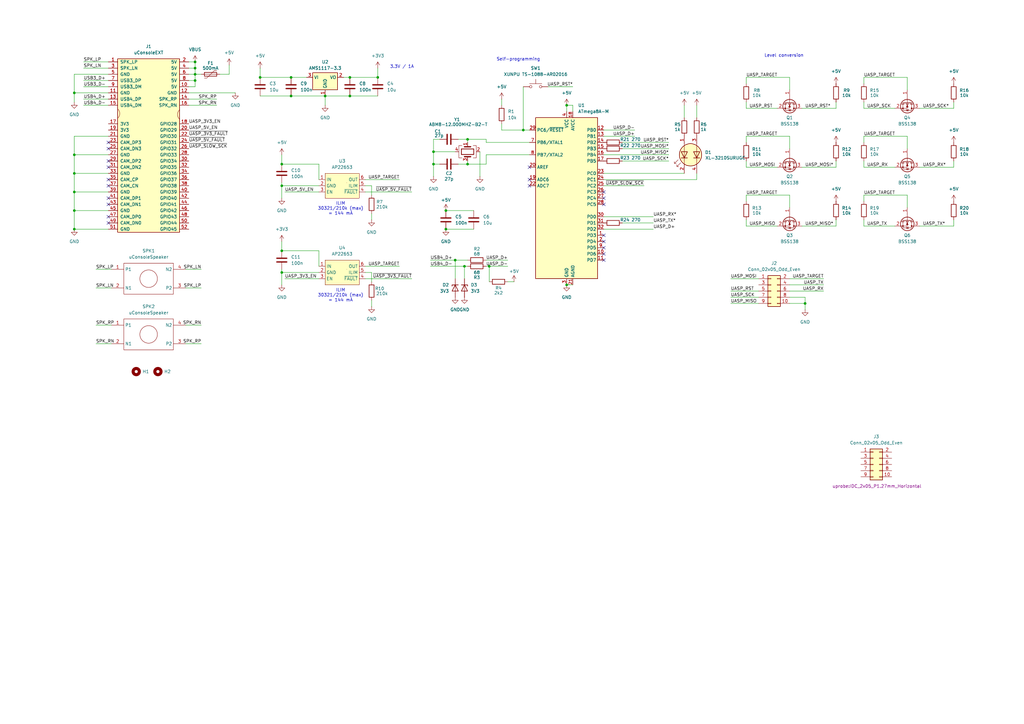
<source format=kicad_sch>
(kicad_sch (version 20250114) (generator "eeschema") (generator_version "9.0")
  (paper "A3")
  (title_block (title "ubprobe-0.1") (date "2025-03-15") (company "author: Václav Mach (github.com/xx0x)") (comment 1 "Based on: uhub by vitaly.codes") (comment 2 "Based on: usbasp by Thomas Fischl") (comment 3 "Based on: bmp v2.1e by Piotr Esden-Tempski") (comment 4 "License: CC-BY-SA 4.0"))
  (lib_symbols
    (symbol "Connector_Generic:Conn_02x05_Odd_Even" (pin_names (offset 1.016) (hide yes))
      (property "Reference" "J" (at 1.27 7.62 0))
      (property "Value" "Conn_02x05_Odd_Even" (at 1.27 -7.62 0))
      (symbol "Conn_02x05_Odd_Even_1_1"
        (pin passive line (at -5.08 5.08 0) (length 3.81) (name "Pin_1") (number "1"))
        (pin passive line (at -5.08 2.54 0) (length 3.81) (name "Pin_3") (number "3"))
        (pin passive line (at -5.08 0 0) (length 3.81) (name "Pin_5") (number "5"))
        (pin passive line (at -5.08 -2.54 0) (length 3.81) (name "Pin_7") (number "7"))
        (pin passive line (at -5.08 -5.08 0) (length 3.81) (name "Pin_9") (number "9"))
        (pin passive line (at 7.62 5.08 180) (length 3.81) (name "Pin_2") (number "2"))
        (pin passive line (at 7.62 2.54 180) (length 3.81) (name "Pin_4") (number "4"))
        (pin passive line (at 7.62 0 180) (length 3.81) (name "Pin_6") (number "6"))
        (pin passive line (at 7.62 -2.54 180) (length 3.81) (name "Pin_8") (number "8"))
        (pin passive line (at 7.62 -5.08 180) (length 3.81) (name "Pin_10") (number "10"))
      )
    )
    (symbol "Device:C" (pin_numbers (hide yes)) (pin_names (offset 0.254))
      (property "Reference" "C" (at 0.635 2.54 0))
      (property "Value" "C" (at 0.635 -2.54 0))
      (symbol "C_1_1"
        (pin passive line (at 0 3.81 270) (length 2.794) (name "~") (number "1"))
        (pin passive line (at 0 -3.81 90) (length 2.794) (name "~") (number "2"))
      )
    )
    (symbol "Device:Crystal_GND24" (pin_names (offset 1.016) (hide yes))
      (property "Reference" "Y" (at 3.175 5.08 0))
      (property "Value" "Crystal_GND24" (at 3.175 3.175 0))
      (symbol "Crystal_GND24_1_1"
        (pin passive line (at -3.81 0 0) (length 1.27) (name "1") (number "1"))
        (pin passive line (at 0 5.08 270) (length 1.27) (name "2") (number "2"))
        (pin passive line (at 0 -5.08 90) (length 1.27) (name "4") (number "4"))
        (pin passive line (at 3.81 0 180) (length 1.27) (name "3") (number "3"))
      )
    )
    (symbol "Device:D_Zener" (pin_numbers (hide yes)) (pin_names (offset 1.016) (hide yes))
      (property "Reference" "D" (at 0 2.54 0))
      (property "Value" "D_Zener" (at 0 -2.54 0))
      (symbol "D_Zener_1_1"
        (pin passive line (at -3.81 0 0) (length 2.54) (name "K") (number "1"))
        (pin passive line (at 3.81 0 180) (length 2.54) (name "A") (number "2"))
      )
    )
    (symbol "Device:LED_Dual_AKAK" (pin_names (offset 0) (hide yes))
      (property "Reference" "D" (at 0 5.715 0))
      (property "Value" "LED_Dual_AKAK" (at 0 -6.35 0))
      (symbol "LED_Dual_AKAK_1_1"
        (pin input line (at -7.62 2.54 0) (length 3.048) (name "A1") (number "1"))
        (pin input line (at -7.62 -2.54 0) (length 3.048) (name "A2") (number "3"))
        (pin input line (at 7.62 2.54 180) (length 3.81) (name "K1") (number "2"))
        (pin input line (at 7.62 -2.54 180) (length 3.81) (name "K2") (number "4"))
      )
    )
    (symbol "Device:Polyfuse" (pin_numbers (hide yes)) (pin_names (offset 0))
      (property "Reference" "F" (at -2.54 0 90))
      (property "Value" "Polyfuse" (at 2.54 0 90))
      (symbol "Polyfuse_1_1"
        (pin passive line (at 0 3.81 270) (length 1.27) (name "~") (number "1"))
        (pin passive line (at 0 -3.81 90) (length 1.27) (name "~") (number "2"))
      )
    )
    (symbol "Device:R" (pin_numbers (hide yes)) (pin_names (offset 0))
      (property "Reference" "R" (at 2.032 0 90))
      (property "Value" "R" (at 0 0 90))
      (symbol "R_1_1"
        (pin passive line (at 0 3.81 270) (length 1.27) (name "~") (number "1"))
        (pin passive line (at 0 -3.81 90) (length 1.27) (name "~") (number "2"))
      )
    )
    (symbol "MCU_Microchip_ATmega:ATmega8A-M"
      (property "Reference" "U" (at -12.7 34.29 0))
      (property "Value" "ATmega8A-M" (at 5.08 -34.29 0))
      (symbol "ATmega8A-M_1_1"
        (pin bidirectional line (at -15.24 27.94 0) (length 2.54) (name "PC6/~{RESET}") (number "29"))
        (pin bidirectional line (at -15.24 22.86 0) (length 2.54) (name "PB6/XTAL1") (number "7"))
        (pin bidirectional line (at -15.24 17.78 0) (length 2.54) (name "PB7/XTAL2") (number "8"))
        (pin passive line (at -15.24 12.7 0) (length 2.54) (name "AREF") (number "20"))
        (pin input line (at -15.24 7.62 0) (length 2.54) (name "ADC6") (number "19"))
        (pin input line (at -15.24 5.08 0) (length 2.54) (name "ADC7") (number "22"))
        (pin power_in line (at 0 35.56 270) (length 2.54) (name "VCC") (number "4"))
        (pin passive line (at 0 35.56 270) (length 2.54) (hide yes) (name "VCC") (number "6"))
        (pin power_in line (at 0 -35.56 90) (length 2.54) (name "GND") (number "3"))
        (pin passive line (at 0 -35.56 90) (length 2.54) (hide yes) (name "GND") (number "33"))
        (pin passive line (at 0 -35.56 90) (length 2.54) (hide yes) (name "GND") (number "5"))
        (pin power_in line (at 2.54 35.56 270) (length 2.54) (name "AVCC") (number "18"))
        (pin power_in line (at 2.54 -35.56 90) (length 2.54) (name "AGND") (number "21"))
        (pin bidirectional line (at 15.24 27.94 180) (length 2.54) (name "PB0") (number "12"))
        (pin bidirectional line (at 15.24 25.4 180) (length 2.54) (name "PB1") (number "13"))
        (pin bidirectional line (at 15.24 22.86 180) (length 2.54) (name "PB2") (number "14"))
        (pin bidirectional line (at 15.24 20.32 180) (length 2.54) (name "PB3") (number "15"))
        (pin bidirectional line (at 15.24 17.78 180) (length 2.54) (name "PB4") (number "16"))
        (pin bidirectional line (at 15.24 15.24 180) (length 2.54) (name "PB5") (number "17"))
        (pin bidirectional line (at 15.24 10.16 180) (length 2.54) (name "PC0") (number "23"))
        (pin bidirectional line (at 15.24 7.62 180) (length 2.54) (name "PC1") (number "24"))
        (pin bidirectional line (at 15.24 5.08 180) (length 2.54) (name "PC2") (number "25"))
        (pin bidirectional line (at 15.24 2.54 180) (length 2.54) (name "PC3") (number "26"))
        (pin bidirectional line (at 15.24 0 180) (length 2.54) (name "PC4") (number "27"))
        (pin bidirectional line (at 15.24 -2.54 180) (length 2.54) (name "PC5") (number "28"))
        (pin bidirectional line (at 15.24 -7.62 180) (length 2.54) (name "PD0") (number "30"))
        (pin bidirectional line (at 15.24 -10.16 180) (length 2.54) (name "PD1") (number "31"))
        (pin bidirectional line (at 15.24 -12.7 180) (length 2.54) (name "PD2") (number "32"))
        (pin bidirectional line (at 15.24 -15.24 180) (length 2.54) (name "PD3") (number "1"))
        (pin bidirectional line (at 15.24 -17.78 180) (length 2.54) (name "PD4") (number "2"))
        (pin bidirectional line (at 15.24 -20.32 180) (length 2.54) (name "PD5") (number "9"))
        (pin bidirectional line (at 15.24 -22.86 180) (length 2.54) (name "PD6") (number "10"))
        (pin bidirectional line (at 15.24 -25.4 180) (length 2.54) (name "PD7") (number "11"))
      )
    )
    (symbol "Regulator_Linear:AMS1117-3.3"
      (property "Reference" "U" (at -3.81 3.175 0))
      (property "Value" "AMS1117-3.3" (at 0 3.175 0))
      (symbol "AMS1117-3.3_1_1"
        (pin power_in line (at -7.62 0 0) (length 2.54) (name "VI") (number "3"))
        (pin power_in line (at 0 -7.62 90) (length 2.54) (name "GND") (number "1"))
        (pin power_out line (at 7.62 0 180) (length 2.54) (name "VO") (number "2"))
      )
    )
    (symbol "Switch:SW_Push" (pin_numbers (hide yes)) (pin_names (offset 1.016) (hide yes))
      (property "Reference" "SW" (at 1.27 2.54 0))
      (property "Value" "SW_Push" (at 0 -1.524 0))
      (symbol "SW_Push_0_1"
        (pin passive line (at -5.08 0 0) (length 2.54) (name "1") (number "1"))
        (pin passive line (at 5.08 0 180) (length 2.54) (name "2") (number "2"))
      )
    )
    (symbol "Transistor_FET:BSS138" (pin_names (hide yes))
      (property "Reference" "Q" (at 5.08 1.905 0))
      (property "Value" "BSS138" (at 5.08 0 0))
      (symbol "BSS138_1_1"
        (pin input line (at -5.08 0 0) (length 2.54) (name "G") (number "1"))
        (pin passive line (at 2.54 5.08 270) (length 2.54) (name "D") (number "3"))
        (pin passive line (at 2.54 -5.08 90) (length 2.54) (name "S") (number "2"))
      )
    )
    (symbol "power:+3V3" (power) (pin_numbers (hide yes)) (pin_names (offset 0) (hide yes))
      (property "Value" "+3V3" (at 0 3.556 0))
      (symbol "+3V3_1_1"
        (pin power_in line (at 0 0 90) (length 0) (name "~") (number "1"))
      )
    )
    (symbol "power:+5V" (power) (pin_numbers (hide yes)) (pin_names (offset 0) (hide yes))
      (property "Value" "+5V" (at 0 3.556 0))
      (symbol "+5V_1_1"
        (pin power_in line (at 0 0 90) (length 0) (name "~") (number "1"))
      )
    )
    (symbol "power:GND" (power) (pin_numbers (hide yes)) (pin_names (offset 0) (hide yes))
      (property "Value" "GND" (at 0 -3.81 0))
      (symbol "GND_1_1"
        (pin power_in line (at 0 0 270) (length 0) (name "~") (number "1"))
      )
    )
    (symbol "power:VBUS" (power) (pin_numbers (hide yes)) (pin_names (offset 0) (hide yes))
      (property "Value" "VBUS" (at 0 3.556 0))
      (symbol "VBUS_1_1"
        (pin power_in line (at 0 0 90) (length 0) (name "~") (number "1"))
      )
    )
    (symbol "uprobe:AP22653"
      (property "Reference" "U" (at -6.35 6.35 0))
      (property "Value" "AP22653" (at 7.874 6.35 0))
      (symbol "AP22653_1_1"
        (pin power_in line (at -8.89 2.54 0) (length 2.54) (name "IN") (number "1"))
        (pin power_in line (at -8.89 0 0) (length 2.54) (name "GND") (number "2"))
        (pin input line (at -8.89 -2.54 0) (length 2.54) (name "EN") (number "3"))
        (pin power_out line (at 10.16 2.54 180) (length 2.54) (name "OUT") (number "6"))
        (pin input line (at 10.16 0 180) (length 2.54) (name "ILIM") (number "5"))
        (pin open_collector line (at 10.16 -2.54 180) (length 2.54) (name "~{FAULT}") (number "4"))
      )
    )
    (symbol "uprobe:MountingHole" (pin_names (offset 1.016))
      (property "Reference" "H" (at 0 3.048 0))
    )
    (symbol "uprobe:uConsoleExt" (pin_names (offset 1.016))
      (property "Reference" "J" (at 1.27 33.02 0))
      (property "Value" "uConsoleEXT" (at 1.27 -41.91 0))
      (symbol "uConsoleExt_1_1"
        (pin passive line (at -15.24 30.48 0) (length 3.81) (name "SPK_LP") (number "1"))
        (pin passive line (at -15.24 27.94 0) (length 3.81) (name "SPK_LN") (number "3"))
        (pin passive line (at -15.24 25.4 0) (length 3.81) (name "GND") (number "5"))
        (pin passive line (at -15.24 22.86 0) (length 3.81) (name "USB3_DP") (number "7"))
        (pin passive line (at -15.24 20.32 0) (length 3.81) (name "USB3_DM") (number "9"))
        (pin passive line (at -15.24 17.78 0) (length 3.81) (name "GND") (number "11"))
        (pin passive line (at -15.24 15.24 0) (length 3.81) (name "USB4_DP") (number "13"))
        (pin passive line (at -15.24 12.7 0) (length 3.81) (name "USB4_DM") (number "15"))
        (pin power_in line (at -15.24 5.08 0) (length 3.81) (name "3V3") (number "17"))
        (pin power_in line (at -15.24 2.54 0) (length 3.81) (name "3V3") (number "19"))
        (pin passive line (at -15.24 0 0) (length 3.81) (name "GND") (number "21"))
        (pin passive line (at -15.24 -2.54 0) (length 3.81) (name "CAM_DP3") (number "23"))
        (pin passive line (at -15.24 -5.08 0) (length 3.81) (name "CAM_DN3") (number "25"))
        (pin passive line (at -15.24 -7.62 0) (length 3.81) (name "GND") (number "27"))
        (pin passive line (at -15.24 -10.16 0) (length 3.81) (name "CAM_DP2") (number "29"))
        (pin passive line (at -15.24 -12.7 0) (length 3.81) (name "CAM_DN2") (number "31"))
        (pin passive line (at -15.24 -15.24 0) (length 3.81) (name "GND") (number "33"))
        (pin passive line (at -15.24 -17.78 0) (length 3.81) (name "CAM_CP") (number "35"))
        (pin passive line (at -15.24 -20.32 0) (length 3.81) (name "CAM_CN") (number "37"))
        (pin passive line (at -15.24 -22.86 0) (length 3.81) (name "GND") (number "39"))
        (pin passive line (at -15.24 -25.4 0) (length 3.81) (name "CAM_DP1") (number "41"))
        (pin passive line (at -15.24 -27.94 0) (length 3.81) (name "CAM_DN1") (number "43"))
        (pin passive line (at -15.24 -30.48 0) (length 3.81) (name "GND") (number "45"))
        (pin passive line (at -15.24 -33.02 0) (length 3.81) (name "CAM_DP0") (number "47"))
        (pin passive line (at -15.24 -35.56 0) (length 3.81) (name "CAM_DN0") (number "49"))
        (pin passive line (at -15.24 -38.1 0) (length 3.81) (name "GND") (number "51"))
        (pin power_in line (at 17.78 30.48 180) (length 3.81) (name "5V") (number "2"))
        (pin power_in line (at 17.78 27.94 180) (length 3.81) (name "5V") (number "4"))
        (pin power_in line (at 17.78 25.4 180) (length 3.81) (name "5V") (number "6"))
        (pin power_in line (at 17.78 22.86 180) (length 3.81) (name "5V") (number "8"))
        (pin power_in line (at 17.78 20.32 180) (length 3.81) (name "5V") (number "10"))
        (pin power_in line (at 17.78 17.78 180) (length 3.81) (name "GND") (number "12"))
        (pin passive line (at 17.78 15.24 180) (length 3.81) (name "SPK_RP") (number "14"))
        (pin passive line (at 17.78 12.7 180) (length 3.81) (name "SPK_RN") (number "16"))
        (pin passive line (at 17.78 5.08 180) (length 3.81) (name "GPIO28") (number "18"))
        (pin passive line (at 17.78 2.54 180) (length 3.81) (name "GPIO29") (number "20"))
        (pin passive line (at 17.78 0 180) (length 3.81) (name "GPIO30") (number "22"))
        (pin passive line (at 17.78 -2.54 180) (length 3.81) (name "GPIO31") (number "24"))
        (pin passive line (at 17.78 -5.08 180) (length 3.81) (name "GPIO32") (number "26"))
        (pin passive line (at 17.78 -7.62 180) (length 3.81) (name "GPIO33") (number "28"))
        (pin passive line (at 17.78 -10.16 180) (length 3.81) (name "GPIO34") (number "30"))
        (pin passive line (at 17.78 -12.7 180) (length 3.81) (name "GPIO35") (number "32"))
        (pin passive line (at 17.78 -15.24 180) (length 3.81) (name "GPIO36") (number "34"))
        (pin passive line (at 17.78 -17.78 180) (length 3.81) (name "GPIO37") (number "36"))
        (pin passive line (at 17.78 -20.32 180) (length 3.81) (name "GPIO38") (number "38"))
        (pin passive line (at 17.78 -22.86 180) (length 3.81) (name "GPIO39") (number "40"))
        (pin passive line (at 17.78 -25.4 180) (length 3.81) (name "GPIO40") (number "42"))
        (pin passive line (at 17.78 -27.94 180) (length 3.81) (name "GPIO41") (number "44"))
        (pin passive line (at 17.78 -30.48 180) (length 3.81) (name "GPIO42") (number "46"))
        (pin passive line (at 17.78 -33.02 180) (length 3.81) (name "GPIO43") (number "48"))
        (pin passive line (at 17.78 -35.56 180) (length 3.81) (name "GPIO44") (number "50"))
        (pin passive line (at 17.78 -38.1 180) (length 3.81) (name "GPIO45") (number "52"))
      )
    )
    (symbol "uprobe:uConsoleSpeaker" (in_bom no)
      (property "Reference" "SPK" (at 0 2.54 0))
      (property "Value" "uConsoleSpeaker" (at 0 0 0))
      (symbol "uConsoleSpeaker_1_1"
        (pin bidirectional line (at -15.24 -3.81 0) (length 5.08) (name "P1") (number "1"))
        (pin bidirectional line (at -15.24 -11.43 0) (length 5.08) (name "N1") (number "2"))
        (pin bidirectional line (at 15.24 -3.81 180) (length 5.08) (name "N2") (number "4"))
        (pin bidirectional line (at 15.24 -11.43 180) (length 5.08) (name "P2") (number "3"))
      )
    )
  )
  (text "3.3V / 1A " (at 165.354 27.432 0) (effects (font (size 1.27 1.27))))
  (text "Self-programming" (at 212.598 24.384 0) (effects (font (size 1.27 1.27))))
  (text "ILIM\n30321/210k (max)\n= 144 mA" (at 139.7 121.158 0) (effects (font (size 1.27 1.27))))
  (text "Level conversion" (at 321.564 22.86 0) (effects (font (size 1.27 1.27))))
  (text "ILIM\n30321/210k (max)\n= 144 mA" (at 139.7 85.598 0) (effects (font (size 1.27 1.27))))
  (junction (at 143.51 31.75))
  (junction (at 190.5 109.22))
  (junction (at 214.63 53.34))
  (junction (at 30.48 78.74))
  (junction (at 80.01 25.4))
  (junction (at 115.57 67.31))
  (junction (at 186.69 106.68))
  (junction (at 330.2 124.46))
  (junction (at 143.51 39.37))
  (junction (at 80.01 33.02))
  (junction (at 182.88 86.36))
  (junction (at 115.57 76.2))
  (junction (at 106.68 31.75))
  (junction (at 80.01 30.48))
  (junction (at 30.48 38.1))
  (junction (at 80.01 27.94))
  (junction (at 119.38 31.75))
  (junction (at 30.48 86.36))
  (junction (at 177.8 62.23))
  (junction (at 154.94 31.75))
  (junction (at 133.35 39.37))
  (junction (at 177.8 67.31))
  (junction (at 200.66 109.22))
  (junction (at 232.41 116.84))
  (junction (at 30.48 93.98))
  (junction (at 30.48 71.12))
  (junction (at 30.48 63.5))
  (junction (at 191.77 67.31))
  (junction (at 119.38 39.37))
  (junction (at 232.41 43.18))
  (junction (at 182.88 93.98))
  (junction (at 115.57 102.87))
  (junction (at 115.57 111.76))
  (junction (at 191.77 57.15))
  (no_connect (at 44.45 76.2))
  (no_connect (at 217.17 68.58))
  (no_connect (at 44.45 68.58))
  (no_connect (at 44.45 58.42))
  (no_connect (at 247.65 78.74))
  (no_connect (at 44.45 73.66))
  (no_connect (at 44.45 88.9))
  (no_connect (at 247.65 104.14))
  (no_connect (at 44.45 60.96))
  (no_connect (at 44.45 83.82))
  (no_connect (at 247.65 83.82))
  (no_connect (at 44.45 66.04))
  (no_connect (at 217.17 73.66))
  (no_connect (at 247.65 101.6))
  (no_connect (at 247.65 106.68))
  (no_connect (at 247.65 81.28))
  (no_connect (at 247.65 99.06))
  (no_connect (at 44.45 91.44))
  (no_connect (at 247.65 96.52))
  (no_connect (at 44.45 81.28))
  (no_connect (at 217.17 76.2))
  (wire (pts (xy 76.2 140.97) (xy 82.55 140.97)))
  (wire (pts (xy 280.67 43.18) (xy 280.67 48.26)))
  (wire (pts (xy 199.39 63.5) (xy 217.17 63.5)))
  (wire (pts (xy 255.27 91.44) (xy 267.97 91.44)))
  (wire (pts (xy 299.72 124.46) (xy 311.15 124.46)))
  (wire (pts (xy 342.9 68.58) (xy 342.9 66.04)))
  (wire (pts (xy 115.57 67.31) (xy 115.57 63.5)))
  (wire (pts (xy 354.33 80.01) (xy 354.33 82.55)))
  (wire (pts (xy 39.37 133.35) (xy 45.72 133.35)))
  (wire (pts (xy 133.35 43.18) (xy 133.35 39.37)))
  (wire (pts (xy 34.29 35.56) (xy 44.45 35.56)))
  (wire (pts (xy 391.16 92.71) (xy 391.16 90.17)))
  (wire (pts (xy 177.8 62.23) (xy 186.69 62.23)))
  (wire (pts (xy 191.77 57.15) (xy 187.96 57.15)))
  (wire (pts (xy 186.69 106.68) (xy 186.69 114.3)))
  (wire (pts (xy 247.65 73.66) (xy 285.75 73.66)))
  (wire (pts (xy 80.01 27.94) (xy 77.47 27.94)))
  (wire (pts (xy 186.69 106.68) (xy 191.77 106.68)))
  (wire (pts (xy 247.65 55.88) (xy 260.35 55.88)))
  (wire (pts (xy 377.19 92.71) (xy 391.16 92.71)))
  (wire (pts (xy 247.65 53.34) (xy 260.35 53.34)))
  (wire (pts (xy 342.9 92.71) (xy 342.9 90.17)))
  (wire (pts (xy 30.48 78.74) (xy 30.48 86.36)))
  (wire (pts (xy 210.82 115.57) (xy 208.28 115.57)))
  (wire (pts (xy 255.27 60.96) (xy 274.32 60.96)))
  (wire (pts (xy 115.57 102.87) (xy 130.81 102.87)))
  (wire (pts (xy 77.47 33.02) (xy 80.01 33.02)))
  (wire (pts (xy 77.47 38.1) (xy 96.52 38.1)))
  (wire (pts (xy 199.39 58.42) (xy 199.39 57.15)))
  (wire (pts (xy 143.51 31.75) (xy 154.94 31.75)))
  (wire (pts (xy 30.48 71.12) (xy 44.45 71.12)))
  (wire (pts (xy 190.5 109.22) (xy 191.77 109.22)))
  (wire (pts (xy 306.07 68.58) (xy 306.07 66.04)))
  (wire (pts (xy 354.33 68.58) (xy 354.33 66.04)))
  (wire (pts (xy 76.2 110.49) (xy 82.55 110.49)))
  (wire (pts (xy 34.29 43.18) (xy 44.45 43.18)))
  (wire (pts (xy 299.72 121.92) (xy 311.15 121.92)))
  (wire (pts (xy 247.65 93.98) (xy 267.97 93.98)))
  (wire (pts (xy 130.81 102.87) (xy 130.81 109.22)))
  (wire (pts (xy 115.57 102.87) (xy 115.57 99.06)))
  (wire (pts (xy 328.93 68.58) (xy 342.9 68.58)))
  (wire (pts (xy 391.16 68.58) (xy 391.16 66.04)))
  (wire (pts (xy 330.2 124.46) (xy 330.2 127)))
  (wire (pts (xy 76.2 118.11) (xy 82.55 118.11)))
  (wire (pts (xy 323.85 36.83) (xy 323.85 31.75)))
  (wire (pts (xy 34.29 27.94) (xy 44.45 27.94)))
  (wire (pts (xy 143.51 39.37) (xy 154.94 39.37)))
  (wire (pts (xy 115.57 111.76) (xy 115.57 116.84)))
  (wire (pts (xy 30.48 38.1) (xy 44.45 38.1)))
  (wire (pts (xy 372.11 60.96) (xy 372.11 55.88)))
  (wire (pts (xy 39.37 110.49) (xy 45.72 110.49)))
  (wire (pts (xy 323.85 116.84) (xy 337.82 116.84)))
  (wire (pts (xy 176.53 106.68) (xy 186.69 106.68)))
  (wire (pts (xy 30.48 30.48) (xy 30.48 38.1)))
  (wire (pts (xy 115.57 110.49) (xy 115.57 111.76)))
  (wire (pts (xy 177.8 67.31) (xy 180.34 67.31)))
  (wire (pts (xy 149.86 73.66) (xy 163.83 73.66)))
  (wire (pts (xy 106.68 39.37) (xy 119.38 39.37)))
  (wire (pts (xy 106.68 27.94) (xy 106.68 31.75)))
  (wire (pts (xy 30.48 55.88) (xy 30.48 63.5)))
  (wire (pts (xy 77.47 35.56) (xy 80.01 35.56)))
  (wire (pts (xy 182.88 93.98) (xy 194.31 93.98)))
  (wire (pts (xy 306.07 68.58) (xy 318.77 68.58)))
  (wire (pts (xy 199.39 109.22) (xy 200.66 109.22)))
  (wire (pts (xy 116.84 114.3) (xy 130.81 114.3)))
  (wire (pts (xy 306.07 80.01) (xy 306.07 82.55)))
  (wire (pts (xy 354.33 92.71) (xy 367.03 92.71)))
  (wire (pts (xy 115.57 76.2) (xy 115.57 81.28)))
  (wire (pts (xy 299.72 114.3) (xy 311.15 114.3)))
  (wire (pts (xy 149.86 109.22) (xy 163.83 109.22)))
  (wire (pts (xy 30.48 63.5) (xy 30.48 71.12)))
  (wire (pts (xy 80.01 30.48) (xy 80.01 27.94)))
  (wire (pts (xy 354.33 92.71) (xy 354.33 90.17)))
  (wire (pts (xy 106.68 31.75) (xy 119.38 31.75)))
  (wire (pts (xy 30.48 86.36) (xy 44.45 86.36)))
  (wire (pts (xy 306.07 44.45) (xy 318.77 44.45)))
  (wire (pts (xy 39.37 140.97) (xy 45.72 140.97)))
  (wire (pts (xy 116.84 78.74) (xy 130.81 78.74)))
  (wire (pts (xy 191.77 57.15) (xy 191.77 58.42)))
  (wire (pts (xy 306.07 55.88) (xy 306.07 58.42)))
  (wire (pts (xy 199.39 67.31) (xy 199.39 63.5)))
  (wire (pts (xy 232.41 116.84) (xy 234.95 116.84)))
  (wire (pts (xy 234.95 45.72) (xy 234.95 43.18)))
  (wire (pts (xy 168.91 114.3) (xy 149.86 114.3)))
  (wire (pts (xy 306.07 44.45) (xy 306.07 41.91)))
  (wire (pts (xy 306.07 92.71) (xy 318.77 92.71)))
  (wire (pts (xy 76.2 133.35) (xy 82.55 133.35)))
  (wire (pts (xy 154.94 27.94) (xy 154.94 31.75)))
  (wire (pts (xy 328.93 92.71) (xy 342.9 92.71)))
  (wire (pts (xy 115.57 76.2) (xy 130.81 76.2)))
  (wire (pts (xy 140.97 31.75) (xy 143.51 31.75)))
  (wire (pts (xy 44.45 55.88) (xy 30.48 55.88)))
  (wire (pts (xy 323.85 31.75) (xy 306.07 31.75)))
  (wire (pts (xy 232.41 43.18) (xy 234.95 43.18)))
  (wire (pts (xy 115.57 111.76) (xy 130.81 111.76)))
  (wire (pts (xy 372.11 55.88) (xy 354.33 55.88)))
  (wire (pts (xy 323.85 121.92) (xy 330.2 121.92)))
  (wire (pts (xy 354.33 68.58) (xy 367.03 68.58)))
  (wire (pts (xy 214.63 53.34) (xy 217.17 53.34)))
  (wire (pts (xy 177.8 62.23) (xy 177.8 67.31)))
  (wire (pts (xy 323.85 80.01) (xy 306.07 80.01)))
  (wire (pts (xy 44.45 30.48) (xy 30.48 30.48)))
  (wire (pts (xy 177.8 57.15) (xy 177.8 62.23)))
  (wire (pts (xy 247.65 63.5) (xy 274.32 63.5)))
  (wire (pts (xy 354.33 44.45) (xy 367.03 44.45)))
  (wire (pts (xy 255.27 58.42) (xy 274.32 58.42)))
  (wire (pts (xy 323.85 55.88) (xy 306.07 55.88)))
  (wire (pts (xy 285.75 71.12) (xy 285.75 73.66)))
  (wire (pts (xy 205.74 50.8) (xy 205.74 53.34)))
  (wire (pts (xy 34.29 40.64) (xy 44.45 40.64)))
  (wire (pts (xy 152.4 115.57) (xy 152.4 111.76)))
  (wire (pts (xy 190.5 109.22) (xy 190.5 114.3)))
  (wire (pts (xy 306.07 31.75) (xy 306.07 34.29)))
  (wire (pts (xy 214.63 35.56) (xy 214.63 53.34)))
  (wire (pts (xy 119.38 31.75) (xy 125.73 31.75)))
  (wire (pts (xy 115.57 67.31) (xy 130.81 67.31)))
  (wire (pts (xy 200.66 109.22) (xy 200.66 115.57)))
  (wire (pts (xy 168.91 78.74) (xy 149.86 78.74)))
  (wire (pts (xy 191.77 67.31) (xy 199.39 67.31)))
  (wire (pts (xy 342.9 44.45) (xy 342.9 41.91)))
  (wire (pts (xy 77.47 30.48) (xy 80.01 30.48)))
  (wire (pts (xy 328.93 44.45) (xy 342.9 44.45)))
  (wire (pts (xy 152.4 76.2) (xy 149.86 76.2)))
  (wire (pts (xy 30.48 38.1) (xy 30.48 41.91)))
  (wire (pts (xy 130.81 67.31) (xy 130.81 73.66)))
  (wire (pts (xy 152.4 125.73) (xy 152.4 123.19)))
  (wire (pts (xy 39.37 118.11) (xy 45.72 118.11)))
  (wire (pts (xy 200.66 109.22) (xy 208.28 109.22)))
  (wire (pts (xy 354.33 44.45) (xy 354.33 41.91)))
  (wire (pts (xy 80.01 33.02) (xy 80.01 30.48)))
  (wire (pts (xy 255.27 66.04) (xy 274.32 66.04)))
  (wire (pts (xy 30.48 93.98) (xy 44.45 93.98)))
  (wire (pts (xy 247.65 71.12) (xy 280.67 71.12)))
  (wire (pts (xy 372.11 31.75) (xy 354.33 31.75)))
  (wire (pts (xy 199.39 58.42) (xy 217.17 58.42)))
  (wire (pts (xy 119.38 39.37) (xy 133.35 39.37)))
  (wire (pts (xy 323.85 60.96) (xy 323.85 55.88)))
  (wire (pts (xy 133.35 39.37) (xy 143.51 39.37)))
  (wire (pts (xy 80.01 25.4) (xy 80.01 27.94)))
  (wire (pts (xy 372.11 36.83) (xy 372.11 31.75)))
  (wire (pts (xy 77.47 40.64) (xy 88.9 40.64)))
  (wire (pts (xy 93.98 30.48) (xy 93.98 26.67)))
  (wire (pts (xy 152.4 80.01) (xy 152.4 76.2)))
  (wire (pts (xy 354.33 55.88) (xy 354.33 58.42)))
  (wire (pts (xy 30.48 71.12) (xy 30.48 78.74)))
  (wire (pts (xy 299.72 119.38) (xy 311.15 119.38)))
  (wire (pts (xy 34.29 25.4) (xy 44.45 25.4)))
  (wire (pts (xy 323.85 124.46) (xy 330.2 124.46)))
  (wire (pts (xy 205.74 40.64) (xy 205.74 43.18)))
  (wire (pts (xy 205.74 53.34) (xy 214.63 53.34)))
  (wire (pts (xy 323.85 85.09) (xy 323.85 80.01)))
  (wire (pts (xy 285.75 43.18) (xy 285.75 48.26)))
  (wire (pts (xy 232.41 45.72) (xy 232.41 43.18)))
  (wire (pts (xy 152.4 90.17) (xy 152.4 87.63)))
  (wire (pts (xy 77.47 43.18) (xy 88.9 43.18)))
  (wire (pts (xy 115.57 74.93) (xy 115.57 76.2)))
  (wire (pts (xy 176.53 109.22) (xy 190.5 109.22)))
  (wire (pts (xy 196.85 62.23) (xy 196.85 72.39)))
  (wire (pts (xy 377.19 68.58) (xy 391.16 68.58)))
  (wire (pts (xy 187.96 67.31) (xy 191.77 67.31)))
  (wire (pts (xy 30.48 78.74) (xy 44.45 78.74)))
  (wire (pts (xy 182.88 86.36) (xy 194.31 86.36)))
  (wire (pts (xy 377.19 44.45) (xy 391.16 44.45)))
  (wire (pts (xy 180.34 57.15) (xy 177.8 57.15)))
  (wire (pts (xy 30.48 86.36) (xy 30.48 93.98)))
  (wire (pts (xy 152.4 111.76) (xy 149.86 111.76)))
  (wire (pts (xy 323.85 114.3) (xy 337.82 114.3)))
  (wire (pts (xy 264.16 76.2) (xy 247.65 76.2)))
  (wire (pts (xy 80.01 35.56) (xy 80.01 33.02)))
  (wire (pts (xy 306.07 92.71) (xy 306.07 90.17)))
  (wire (pts (xy 82.55 30.48) (xy 80.01 30.48)))
  (wire (pts (xy 199.39 106.68) (xy 208.28 106.68)))
  (wire (pts (xy 77.47 25.4) (xy 80.01 25.4)))
  (wire (pts (xy 90.17 30.48) (xy 93.98 30.48)))
  (wire (pts (xy 247.65 88.9) (xy 267.97 88.9)))
  (wire (pts (xy 323.85 119.38) (xy 337.82 119.38)))
  (wire (pts (xy 354.33 31.75) (xy 354.33 34.29)))
  (wire (pts (xy 191.77 66.04) (xy 191.77 67.31)))
  (wire (pts (xy 372.11 85.09) (xy 372.11 80.01)))
  (wire (pts (xy 330.2 121.92) (xy 330.2 124.46)))
  (wire (pts (xy 34.29 33.02) (xy 44.45 33.02)))
  (wire (pts (xy 177.8 67.31) (xy 177.8 72.39)))
  (wire (pts (xy 199.39 57.15) (xy 191.77 57.15)))
  (wire (pts (xy 30.48 63.5) (xy 44.45 63.5)))
  (wire (pts (xy 234.95 35.56) (xy 224.79 35.56)))
  (wire (pts (xy 391.16 44.45) (xy 391.16 41.91)))
  (wire (pts (xy 372.11 80.01) (xy 354.33 80.01)))
  (label "SPK_RP" (at 82.55 140.97 180))
  (label "UASP_SCK*" (at 274.32 66.04 180))
  (label "USB4_D+" (at 176.53 106.68 0))
  (label "~{UASP_3V3_FAULT}" (at 77.47 55.88 0))
  (label "UASP_MISO" (at 307.34 92.71 0))
  (label "SPK_RN" (at 88.9 43.18 180))
  (label "SPK_LN" (at 34.29 27.94 0))
  (label "UASP_TARGET" (at 306.07 31.75 0))
  (label "UASP_TARGET" (at 337.82 114.3 180))
  (label "UASP_TARGET" (at 354.33 31.75 0))
  (label "UASP_MISO*" (at 330.2 92.71 0))
  (label "UASP_TX*" (at 267.97 91.44 0))
  (label "~{UASP_5V_FAULT}" (at 168.91 78.74 180))
  (label "UASP_TARGET" (at 306.07 55.88 0))
  (label "SPK_LN" (at 82.55 110.49 180))
  (label "USB4_D-" (at 176.53 109.22 0))
  (label "UASP_D-" (at 260.35 53.34 180))
  (label "UASP_MOSI" (at 307.34 68.58 0))
  (label "UASP_RST*" (at 274.32 58.42 180))
  (label "UASP_TARGET" (at 354.33 80.01 0))
  (label "UASP_3V3_EN" (at 116.84 114.3 0))
  (label "UASP_D-" (at 208.28 109.22 180))
  (label "UASP_RST" (at 299.72 119.38 0))
  (label "UASP_TARGET" (at 163.83 109.22 180))
  (label "UASP_MOSI*" (at 330.2 68.58 0))
  (label "UASP_D+" (at 208.28 106.68 180))
  (label "UASP_TX" (at 337.82 116.84 180))
  (label "SPK_RP" (at 88.9 40.64 180))
  (label "SPK_RN" (at 39.37 140.97 0))
  (label "UASP_SCK" (at 355.6 44.45 0))
  (label "UASP_MOSI" (at 299.72 114.3 0))
  (label "UASP_RX*" (at 267.97 88.9 0))
  (label "USB4_D+" (at 34.29 40.64 0))
  (label "UASP_TARGET" (at 354.33 55.88 0))
  (label "UASP_TARGET" (at 163.83 73.66 180))
  (label "~{UASP_3V3_FAULT}" (at 168.91 114.3 180))
  (label "SPK_LP" (at 39.37 110.49 0))
  (label "UASP_RX" (at 337.82 119.38 180))
  (label "UASP_MOSI*" (at 274.32 60.96 180))
  (label "USB3_D+" (at 34.29 33.02 0))
  (label "~{UASP_SLOW_SCK}" (at 264.16 76.2 180))
  (label "UASP_RX" (at 355.6 68.58 0))
  (label "UASP_RST" (at 307.34 44.45 0))
  (label "UASP_5V_EN" (at 77.47 53.34 0))
  (label "UASP_MISO*" (at 274.32 63.5 180))
  (label "UASP_MISO" (at 299.72 124.46 0))
  (label "UASP_RST*" (at 330.2 44.45 0))
  (label "UASP_TX" (at 355.6 92.71 0))
  (label "USB3_D-" (at 34.29 35.56 0))
  (label "SPK_LP" (at 34.29 25.4 0))
  (label "SPK_RP" (at 39.37 133.35 0))
  (label "UASP_TARGET" (at 306.07 80.01 0))
  (label "SPK_LP" (at 82.55 118.11 180))
  (label "UASP_D+" (at 260.35 55.88 180))
  (label "UASP_TX*" (at 378.46 92.71 0))
  (label "UASP_5V_EN" (at 116.84 78.74 0))
  (label "USB4_D-" (at 34.29 43.18 0))
  (label "UASP_SCK" (at 299.72 121.92 0))
  (label "UASP_SCK*" (at 378.46 44.45 0))
  (label "~{UASP_5V_FAULT}" (at 77.47 58.42 0))
  (label "UASP_RX*" (at 378.46 68.58 0))
  (label "UASP_3V3_EN" (at 77.47 50.8 0))
  (label "UASP_D+" (at 267.97 93.98 0))
  (label "UASP_RST*" (at 234.95 35.56 180))
  (label "SPK_RN" (at 82.55 133.35 180))
  (label "~{UASP_SLOW_SCK}" (at 77.47 60.96 0))
  (label "SPK_LN" (at 39.37 118.11 0))
  (symbol (lib_id "uprobe:uConsoleExt") (at 59.69 55.88 0) (unit 1)
    (property "Reference" "J1" (at 60.96 19.05 0))
    (property "Value" "uConsoleEXT" (at 60.96 21.59 0))
    (property "Footprint" "uprobe:ext" (effects (hide yes)))
  )
  (symbol (lib_id "Device:R") (at 195.58 109.22 270) (unit 1)
    (property "Reference" "R3" (at 195.58 113.792 90))
    (property "Value" "68" (at 195.58 111.76 90))
    (property "Footprint" "Resistor_SMD:R_0603_1608Metric" (effects (hide yes)))
    (property "Description" "Resistor" (effects (hide yes)))
  )
  (symbol (lib_id "Device:R") (at 251.46 66.04 90) (unit 1)
    (property "Reference" "R23" (at 256.286 64.77 90))
    (property "Value" "270" (at 260.858 64.77 90))
    (property "Footprint" "Resistor_SMD:R_0603_1608Metric" (effects (hide yes)))
    (property "Description" "Resistor" (effects (hide yes)))
  )
  (symbol (lib_id "Transistor_FET:BSS138") (at 323.85 41.91 270) (unit 1)
    (property "Reference" "Q1" (at 323.85 48.26 90))
    (property "Value" "BSS138" (at 323.85 50.8 90))
    (property "Footprint" "Package_TO_SOT_SMD:SOT-23" (effects (hide yes)))
    (property "Datasheet" "https://www.onsemi.com/pub/Collateral/BSS138-D.PDF" (effects (hide yes)))
    (property "Description" "50V Vds, 0.22A Id, N-Channel MOSFET, SOT-23" (effects (hide yes)))
  )
  (symbol (lib_id "power:GND") (at 186.69 121.92 0) (unit 1)
    (property "Reference" "#PWR023" (effects (hide yes)))
    (property "Value" "GND" (at 186.69 127 0))
    (property "Description" "Power symbol creates a global label with name \"GND\" , ground" (effects (hide yes)))
  )
  (symbol (lib_id "uprobe:AP22653") (at 139.7 76.2 0) (unit 1)
    (property "Reference" "U3" (at 140.335 66.04 0))
    (property "Value" "AP22653" (at 140.335 68.58 0))
    (property "Footprint" "Package_TO_SOT_SMD:SOT-23-6" (effects (hide yes)))
    (property "Datasheet" "https://www.diodes.com/datasheet/download/AP22652_AP22653_AP22652A_AP22653A.pdf" (effects (hide yes)))
  )
  (symbol (lib_id "Device:D_Zener") (at 190.5 118.11 270) (unit 1)
    (property "Reference" "D3" (at 193.04 116.8399 90) (effects (justify left)))
    (property "Value" "3V3" (at 193.04 119.3799 90) (effects (justify left)))
    (property "Footprint" "Diode_SMD:D_SOD-323" (effects (hide yes)))
    (property "Description" "Zener diode" (effects (hide yes)))
  )
  (symbol (lib_id "power:GND") (at 30.48 93.98 0) (unit 1)
    (property "Reference" "#PWR03" (effects (hide yes)))
    (property "Value" "GND" (at 30.48 99.06 0))
    (property "Description" "Power symbol creates a global label with name \"GND\" , ground" (effects (hide yes)))
  )
  (symbol (lib_id "Switch:SW_Push") (at 219.71 35.56 0) (unit 1)
    (property "Reference" "SW1" (at 219.71 27.94 0))
    (property "Value" "XUNPU TS-1088-AR02016" (at 219.71 30.48 0))
    (property "Footprint" "uprobe:XUNPU_TS-1088-AR02016" (effects (hide yes)))
    (property "Description" "Push button switch, generic, two pins" (effects (hide yes)))
  )
  (symbol (lib_id "power:GND") (at 152.4 125.73 0) (unit 1)
    (property "Reference" "#PWR025" (effects (hide yes)))
    (property "Value" "GND" (at 152.4 130.81 0))
    (property "Description" "Power symbol creates a global label with name \"GND\" , ground" (effects (hide yes)))
  )
  (symbol (lib_id "power:+5V") (at 391.16 82.55 0) (unit 1)
    (property "Reference" "#PWR031" (effects (hide yes)))
    (property "Value" "+5V" (at 391.16 77.47 0))
    (property "Description" "Power symbol creates a global label with name \"+5V\"" (effects (hide yes)))
  )
  (symbol (lib_id "power:+5V") (at 106.68 27.94 0) (unit 1)
    (property "Reference" "#PWR05" (effects (hide yes)))
    (property "Value" "+5V" (at 106.68 22.86 0))
    (property "Description" "Power symbol creates a global label with name \"+5V\"" (effects (hide yes)))
  )
  (symbol (lib_id "power:+5V") (at 205.74 40.64 0) (unit 1)
    (property "Reference" "#PWR014" (effects (hide yes)))
    (property "Value" "+5V" (at 205.74 35.56 0))
    (property "Description" "Power symbol creates a global label with name \"+5V\"" (effects (hide yes)))
  )
  (symbol (lib_id "power:GND") (at 182.88 93.98 0) (unit 1)
    (property "Reference" "#PWR011" (effects (hide yes)))
    (property "Value" "GND" (at 182.88 99.06 0))
    (property "Description" "Power symbol creates a global label with name \"GND\" , ground" (effects (hide yes)))
  )
  (symbol (lib_id "power:+5V") (at 342.9 34.29 0) (unit 1)
    (property "Reference" "#PWR026" (effects (hide yes)))
    (property "Value" "+5V" (at 342.9 29.21 0))
    (property "Description" "Power symbol creates a global label with name \"+5V\"" (effects (hide yes)))
  )
  (symbol (lib_id "power:+5V") (at 280.67 43.18 0) (unit 1)
    (property "Reference" "#PWR018" (effects (hide yes)))
    (property "Value" "+5V" (at 280.67 38.1 0))
    (property "Description" "Power symbol creates a global label with name \"+5V\"" (effects (hide yes)))
  )
  (symbol (lib_id "Device:C") (at 194.31 90.17 0) (unit 1)
    (property "Reference" "C6" (at 198.12 88.8999 0) (effects (justify left)))
    (property "Value" "10u" (at 198.12 91.4399 0) (effects (justify left)))
    (property "Footprint" "Capacitor_SMD:C_0805_2012Metric" (effects (hide yes)))
    (property "Description" "Unpolarized capacitor" (effects (hide yes)))
  )
  (symbol (lib_id "Device:R") (at 354.33 86.36 180) (unit 1)
    (property "Reference" "R19" (at 358.648 85.344 0))
    (property "Value" "10k" (at 358.648 87.376 0))
    (property "Footprint" "Resistor_SMD:R_0603_1608Metric" (effects (hide yes)))
    (property "Description" "Resistor" (effects (hide yes)))
  )
  (symbol (lib_id "Device:C") (at 182.88 90.17 0) (unit 1)
    (property "Reference" "C5" (at 186.69 88.8999 0) (effects (justify left)))
    (property "Value" "100n" (at 186.69 91.4399 0) (effects (justify left)))
    (property "Footprint" "Capacitor_SMD:C_0603_1608Metric" (effects (hide yes)))
    (property "Description" "Unpolarized capacitor" (effects (hide yes)))
  )
  (symbol (lib_id "power:+5V") (at 342.9 82.55 0) (unit 1)
    (property "Reference" "#PWR028" (effects (hide yes)))
    (property "Value" "+5V" (at 342.9 77.47 0))
    (property "Description" "Power symbol creates a global label with name \"+5V\"" (effects (hide yes)))
  )
  (symbol (lib_id "uprobe:AP22653") (at 139.7 111.76 0) (unit 1)
    (property "Reference" "U4" (at 140.335 101.6 0))
    (property "Value" "AP22653" (at 140.335 104.14 0))
    (property "Footprint" "Package_TO_SOT_SMD:SOT-23-6" (effects (hide yes)))
    (property "Datasheet" "https://www.diodes.com/datasheet/download/AP22652_AP22653_AP22652A_AP22653A.pdf" (effects (hide yes)))
  )
  (symbol (lib_id "power:+5V") (at 342.9 58.42 0) (unit 1)
    (property "Reference" "#PWR027" (effects (hide yes)))
    (property "Value" "+5V" (at 342.9 53.34 0))
    (property "Description" "Power symbol creates a global label with name \"+5V\"" (effects (hide yes)))
  )
  (symbol (lib_id "power:GND") (at 115.57 81.28 0) (unit 1)
    (property "Reference" "#PWR022" (effects (hide yes)))
    (property "Value" "GND" (at 115.57 86.36 0))
    (property "Description" "Power symbol creates a global label with name \"GND\" , ground" (effects (hide yes)))
  )
  (symbol (lib_id "Connector_Generic:Conn_02x05_Odd_Even") (at 358.14 190.5 0) (unit 1)
    (property "Reference" "J3" (at 359.41 179.07 0))
    (property "Value" "Conn_02x05_Odd_Even" (at 359.41 181.61 0))
    (property "Footprint" "uprobe:IDC_2x05_P1.27mm_Horizontal" (at 359.664 199.39 0))
    (property "Description" "Generic connector, double row, 02x05, odd/even pin numbering scheme (row 1 odd numbers, row 2 even numbers), script generated (kicad-library-utils/schlib/autogen/connector/)" (effects (hide yes)))
  )
  (symbol (lib_id "Device:C") (at 184.15 57.15 90) (unit 1)
    (property "Reference" "C1" (at 179.578 53.848 90))
    (property "Value" "27p" (at 180.086 55.626 90))
    (property "Footprint" "Capacitor_SMD:C_0603_1608Metric" (effects (hide yes)))
    (property "Description" "Unpolarized capacitor" (effects (hide yes)))
  )
  (symbol (lib_id "Transistor_FET:BSS138") (at 372.11 66.04 270) (unit 1)
    (property "Reference" "Q5" (at 372.11 72.39 90))
    (property "Value" "BSS138" (at 372.11 74.93 90))
    (property "Footprint" "Package_TO_SOT_SMD:SOT-23" (effects (hide yes)))
    (property "Datasheet" "https://www.onsemi.com/pub/Collateral/BSS138-D.PDF" (effects (hide yes)))
    (property "Description" "50V Vds, 0.22A Id, N-Channel MOSFET, SOT-23" (effects (hide yes)))
  )
  (symbol (lib_id "Device:R") (at 391.16 62.23 180) (unit 1)
    (property "Reference" "R18" (at 395.478 61.214 0))
    (property "Value" "10k" (at 395.478 63.246 0))
    (property "Footprint" "Resistor_SMD:R_0603_1608Metric" (effects (hide yes)))
    (property "Description" "Resistor" (effects (hide yes)))
  )
  (symbol (lib_id "power:GND") (at 177.8 72.39 0) (unit 1)
    (property "Reference" "#PWR06" (effects (hide yes)))
    (property "Value" "GND" (at 177.8 77.47 0))
    (property "Description" "Power symbol creates a global label with name \"GND\" , ground" (effects (hide yes)))
  )
  (symbol (lib_id "power:+5V") (at 115.57 63.5 0) (unit 1)
    (property "Reference" "#PWR020" (effects (hide yes)))
    (property "Value" "+5V" (at 115.57 58.42 0))
    (property "Description" "Power symbol creates a global label with name \"+5V\"" (effects (hide yes)))
  )
  (symbol (lib_id "Device:R") (at 306.07 38.1 180) (unit 1)
    (property "Reference" "R8" (at 310.388 37.084 0))
    (property "Value" "10k" (at 310.388 39.116 0))
    (property "Footprint" "Resistor_SMD:R_0603_1608Metric" (effects (hide yes)))
    (property "Description" "Resistor" (effects (hide yes)))
  )
  (symbol (lib_id "Device:R") (at 306.07 86.36 180) (unit 1)
    (property "Reference" "R13" (at 310.388 85.344 0))
    (property "Value" "10k" (at 310.388 87.376 0))
    (property "Footprint" "Resistor_SMD:R_0603_1608Metric" (effects (hide yes)))
    (property "Description" "Resistor" (effects (hide yes)))
  )
  (symbol (lib_id "Device:C") (at 115.57 71.12 0) (unit 1)
    (property "Reference" "C10" (at 119.38 69.8499 0) (effects (justify left)))
    (property "Value" "100n" (at 119.38 72.3899 0) (effects (justify left)))
    (property "Footprint" "Capacitor_SMD:C_0603_1608Metric" (effects (hide yes)))
    (property "Description" "Unpolarized capacitor" (effects (hide yes)))
  )
  (symbol (lib_id "Device:R") (at 251.46 91.44 90) (unit 1)
    (property "Reference" "R24" (at 256.286 90.17 90))
    (property "Value" "270" (at 260.858 90.17 90))
    (property "Footprint" "Resistor_SMD:R_0603_1608Metric" (effects (hide yes)))
    (property "Description" "Resistor" (effects (hide yes)))
  )
  (symbol (lib_id "uprobe:uConsoleSpeaker") (at 60.96 106.68 0) (unit 1) (in_bom no)
    (property "Reference" "SPK1" (at 60.96 102.87 0))
    (property "Value" "uConsoleSpeaker" (at 60.96 105.41 0))
    (property "Footprint" "uprobe:speaker" (effects (hide yes)))
  )
  (symbol (lib_id "power:+5V") (at 391.16 58.42 0) (unit 1)
    (property "Reference" "#PWR030" (effects (hide yes)))
    (property "Value" "+5V" (at 391.16 53.34 0))
    (property "Description" "Power symbol creates a global label with name \"+5V\"" (effects (hide yes)))
  )
  (symbol (lib_id "power:+5V") (at 93.98 26.67 0) (unit 1)
    (property "Reference" "#PWR01" (effects (hide yes)))
    (property "Value" "+5V" (at 93.98 21.59 0))
    (property "Description" "Power symbol creates a global label with name \"+5V\"" (effects (hide yes)))
  )
  (symbol (lib_id "Device:R") (at 251.46 60.96 90) (unit 1)
    (property "Reference" "R22" (at 256.286 59.69 90))
    (property "Value" "270" (at 260.858 59.69 90))
    (property "Footprint" "Resistor_SMD:R_0603_1608Metric" (effects (hide yes)))
    (property "Description" "Resistor" (effects (hide yes)))
  )
  (symbol (lib_id "Device:C") (at 106.68 35.56 0) (unit 1)
    (property "Reference" "C3" (at 110.49 34.2899 0) (effects (justify left)))
    (property "Value" "10u" (at 110.49 36.8299 0) (effects (justify left)))
    (property "Footprint" "Capacitor_SMD:C_0805_2012Metric" (effects (hide yes)))
    (property "Description" "Unpolarized capacitor" (effects (hide yes)))
  )
  (symbol (lib_id "Device:C") (at 119.38 35.56 0) (unit 1)
    (property "Reference" "C9" (at 123.19 34.2899 0) (effects (justify left)))
    (property "Value" "100n" (at 123.19 36.8299 0) (effects (justify left)))
    (property "Footprint" "Capacitor_SMD:C_0603_1608Metric" (effects (hide yes)))
    (property "Description" "Unpolarized capacitor" (effects (hide yes)))
  )
  (symbol (lib_id "Transistor_FET:BSS138") (at 323.85 90.17 270) (unit 1)
    (property "Reference" "Q3" (at 323.85 96.52 90))
    (property "Value" "BSS138" (at 323.85 99.06 90))
    (property "Footprint" "Package_TO_SOT_SMD:SOT-23" (effects (hide yes)))
    (property "Datasheet" "https://www.onsemi.com/pub/Collateral/BSS138-D.PDF" (effects (hide yes)))
    (property "Description" "50V Vds, 0.22A Id, N-Channel MOSFET, SOT-23" (effects (hide yes)))
  )
  (symbol (lib_id "Device:R") (at 342.9 62.23 180) (unit 1)
    (property "Reference" "R12" (at 347.218 61.214 0))
    (property "Value" "10k" (at 347.218 63.246 0))
    (property "Footprint" "Resistor_SMD:R_0603_1608Metric" (effects (hide yes)))
    (property "Description" "Resistor" (effects (hide yes)))
  )
  (symbol (lib_id "Device:R") (at 391.16 38.1 180) (unit 1)
    (property "Reference" "R16" (at 395.478 37.084 0))
    (property "Value" "10k" (at 395.478 39.116 0))
    (property "Footprint" "Resistor_SMD:R_0603_1608Metric" (effects (hide yes)))
    (property "Description" "Resistor" (effects (hide yes)))
  )
  (symbol (lib_id "power:GND") (at 133.35 43.18 0) (unit 1)
    (property "Reference" "#PWR010" (effects (hide yes)))
    (property "Value" "GND" (at 133.35 48.26 0))
    (property "Description" "Power symbol creates a global label with name \"GND\" , ground" (effects (hide yes)))
  )
  (symbol (lib_id "Device:C") (at 154.94 35.56 0) (unit 1)
    (property "Reference" "C4" (at 158.75 34.2899 0) (effects (justify left)))
    (property "Value" "10u" (at 158.75 36.8299 0) (effects (justify left)))
    (property "Footprint" "Capacitor_SMD:C_0805_2012Metric" (effects (hide yes)))
    (property "Description" "Unpolarized capacitor" (effects (hide yes)))
  )
  (symbol (lib_id "uprobe:uConsoleSpeaker") (at 60.96 129.54 0) (unit 1) (in_bom no)
    (property "Reference" "SPK2" (at 60.96 125.73 0))
    (property "Value" "uConsoleSpeaker" (at 60.96 128.27 0))
    (property "Footprint" "uprobe:speaker" (effects (hide yes)))
  )
  (symbol (lib_id "Device:R") (at 195.58 106.68 90) (unit 1)
    (property "Reference" "R2" (at 195.58 102.108 90))
    (property "Value" "68" (at 195.58 104.14 90))
    (property "Footprint" "Resistor_SMD:R_0603_1608Metric" (effects (hide yes)))
    (property "Description" "Resistor" (effects (hide yes)))
  )
  (symbol (lib_id "Regulator_Linear:AMS1117-3.3") (at 133.35 31.75 0) (unit 1)
    (property "Reference" "U2" (at 133.35 25.4 0))
    (property "Value" "AMS1117-3.3" (at 133.35 27.94 0))
    (property "Footprint" "Package_TO_SOT_SMD:SOT-223-3_TabPin2" (effects (hide yes)))
    (property "Datasheet" "http://www.advanced-monolithic.com/pdf/ds1117.pdf" (effects (hide yes)))
    (property "Description" "1A Low Dropout regulator, positive, 3.3V fixed output, SOT-223" (effects (hide yes)))
  )
  (symbol (lib_id "uprobe:MountingHole") (at 55.88 152.4 0) (unit 1)
    (property "Reference" "H1" (at 58.42 152.3999 0) (effects (justify left)))
    (property "Value" "MountingHole" (effects (hide yes)))
    (property "Footprint" "uprobe:MountingHole_5.3mm_M5" (effects (hide yes)))
    (property "Description" "Mounting Hole without connection" (effects (hide yes)))
  )
  (symbol (lib_id "Device:R") (at 204.47 115.57 90) (unit 1)
    (property "Reference" "R4" (at 204.47 118.11 90))
    (property "Value" "2k2" (at 204.47 120.142 90))
    (property "Footprint" "Resistor_SMD:R_0603_1608Metric" (effects (hide yes)))
    (property "Description" "Resistor" (effects (hide yes)))
  )
  (symbol (lib_id "Device:R") (at 152.4 83.82 180) (unit 1)
    (property "Reference" "R7" (at 155.702 82.804 0))
    (property "Value" "210k" (at 156.718 84.836 0))
    (property "Footprint" "Resistor_SMD:R_0603_1608Metric" (effects (hide yes)))
    (property "Description" "Resistor" (effects (hide yes)))
  )
  (symbol (lib_id "Device:R") (at 280.67 52.07 0) (mirror x) (unit 1)
    (property "Reference" "R5" (at 277.876 51.054 0))
    (property "Value" "1k" (at 277.876 53.086 0))
    (property "Footprint" "Resistor_SMD:R_0603_1608Metric" (effects (hide yes)))
    (property "Description" "Resistor" (effects (hide yes)))
  )
  (symbol (lib_id "Device:R") (at 152.4 119.38 180) (unit 1)
    (property "Reference" "R10" (at 155.702 118.364 0))
    (property "Value" "210k" (at 156.718 120.396 0))
    (property "Footprint" "Resistor_SMD:R_0603_1608Metric" (effects (hide yes)))
    (property "Description" "Resistor" (effects (hide yes)))
  )
  (symbol (lib_id "Device:R") (at 251.46 58.42 90) (unit 1)
    (property "Reference" "R21" (at 256.286 57.15 90))
    (property "Value" "270" (at 260.858 57.15 90))
    (property "Footprint" "Resistor_SMD:R_0603_1608Metric" (effects (hide yes)))
    (property "Description" "Resistor" (effects (hide yes)))
  )
  (symbol (lib_id "Transistor_FET:BSS138") (at 372.11 41.91 270) (unit 1)
    (property "Reference" "Q4" (at 372.11 48.26 90))
    (property "Value" "BSS138" (at 372.11 50.8 90))
    (property "Footprint" "Package_TO_SOT_SMD:SOT-23" (effects (hide yes)))
    (property "Datasheet" "https://www.onsemi.com/pub/Collateral/BSS138-D.PDF" (effects (hide yes)))
    (property "Description" "50V Vds, 0.22A Id, N-Channel MOSFET, SOT-23" (effects (hide yes)))
  )
  (symbol (lib_id "Device:Crystal_GND24") (at 191.77 62.23 270) (unit 1)
    (property "Reference" "Y1" (at 187.452 49.022 90))
    (property "Value" "ABM8-12.000MHZ-B2-T" (at 187.96 51.054 90))
    (property "Footprint" "Crystal:Crystal_SMD_Abracon_ABM8G-4Pin_3.2x2.5mm" (effects (hide yes)))
    (property "Description" "Four pin crystal, GND on pins 2 and 4" (effects (hide yes)))
  )
  (symbol (lib_id "power:+3V3") (at 115.57 99.06 0) (unit 1)
    (property "Reference" "#PWR012" (effects (hide yes)))
    (property "Value" "+3V3" (at 115.57 93.98 0))
    (property "Description" "Power symbol creates a global label with name \"+3V3\"" (effects (hide yes)))
  )
  (symbol (lib_id "Connector_Generic:Conn_02x05_Odd_Even") (at 316.23 119.38 0) (unit 1)
    (property "Reference" "J2" (at 317.5 107.95 0))
    (property "Value" "Conn_02x05_Odd_Even" (at 317.5 110.49 0))
    (property "Footprint" "uprobe:IDC_2x05_SIDE" (effects (hide yes)))
    (property "Description" "Generic connector, double row, 02x05, odd/even pin numbering scheme (row 1 odd numbers, row 2 even numbers), script generated (kicad-library-utils/schlib/autogen/connector/)" (effects (hide yes)))
  )
  (symbol (lib_id "power:+3V3") (at 154.94 27.94 0) (unit 1)
    (property "Reference" "#PWR09" (effects (hide yes)))
    (property "Value" "+3V3" (at 154.94 22.86 0))
    (property "Description" "Power symbol creates a global label with name \"+3V3\"" (effects (hide yes)))
  )
  (symbol (lib_id "power:+5V") (at 182.88 86.36 0) (unit 1)
    (property "Reference" "#PWR016" (effects (hide yes)))
    (property "Value" "+5V" (at 182.88 82.042 0))
    (property "Description" "Power symbol creates a global label with name \"+5V\"" (effects (hide yes)))
  )
  (symbol (lib_id "Device:R") (at 354.33 38.1 180) (unit 1)
    (property "Reference" "R15" (at 358.648 37.084 0))
    (property "Value" "10k" (at 358.648 39.116 0))
    (property "Footprint" "Resistor_SMD:R_0603_1608Metric" (effects (hide yes)))
    (property "Description" "Resistor" (effects (hide yes)))
  )
  (symbol (lib_id "power:GND") (at 30.48 41.91 0) (unit 1)
    (property "Reference" "#PWR02" (effects (hide yes)))
    (property "Value" "GND" (at 30.48 46.99 0))
    (property "Description" "Power symbol creates a global label with name \"GND\" , ground" (effects (hide yes)))
  )
  (symbol (lib_id "power:+5V") (at 285.75 43.18 0) (unit 1)
    (property "Reference" "#PWR019" (effects (hide yes)))
    (property "Value" "+5V" (at 285.75 38.1 0))
    (property "Description" "Power symbol creates a global label with name \"+5V\"" (effects (hide yes)))
  )
  (symbol (lib_id "Device:C") (at 184.15 67.31 90) (unit 1)
    (property "Reference" "C2" (at 184.15 71.12 90))
    (property "Value" "27p" (at 184.15 73.406 90))
    (property "Footprint" "Capacitor_SMD:C_0603_1608Metric" (effects (hide yes)))
    (property "Description" "Unpolarized capacitor" (effects (hide yes)))
  )
  (symbol (lib_id "Device:LED_Dual_AKAK") (at 283.21 63.5 90) (mirror x) (unit 1)
    (property "Reference" "D1" (at 291.846 62.484 90) (effects (justify left)))
    (property "Value" "XL-3210SURUGC" (at 305.816 64.77 90) (effects (justify left)))
    (property "Footprint" "uprobe:XL-3210SURUGC" (effects (hide yes)))
    (property "Description" "Dual LED, cathodes on pins 2 and 4" (effects (hide yes)))
  )
  (symbol (lib_id "power:GND") (at 190.5 121.92 0) (unit 1)
    (property "Reference" "#PWR032" (effects (hide yes)))
    (property "Value" "GND" (at 190.5 127 0))
    (property "Description" "Power symbol creates a global label with name \"GND\" , ground" (effects (hide yes)))
  )
  (symbol (lib_id "Device:C") (at 115.57 106.68 0) (unit 1)
    (property "Reference" "C11" (at 119.38 105.4099 0) (effects (justify left)))
    (property "Value" "100n" (at 119.38 107.9499 0) (effects (justify left)))
    (property "Footprint" "Capacitor_SMD:C_0603_1608Metric" (effects (hide yes)))
    (property "Description" "Unpolarized capacitor" (effects (hide yes)))
  )
  (symbol (lib_id "power:GND") (at 96.52 38.1 0) (unit 1)
    (property "Reference" "#PWR04" (effects (hide yes)))
    (property "Value" "GND" (at 96.52 43.18 0))
    (property "Description" "Power symbol creates a global label with name \"GND\" , ground" (effects (hide yes)))
  )
  (symbol (lib_id "Device:R") (at 391.16 86.36 180) (unit 1)
    (property "Reference" "R20" (at 395.478 85.344 0))
    (property "Value" "10k" (at 395.478 87.376 0))
    (property "Footprint" "Resistor_SMD:R_0603_1608Metric" (effects (hide yes)))
    (property "Description" "Resistor" (effects (hide yes)))
  )
  (symbol (lib_id "Device:R") (at 354.33 62.23 180) (unit 1)
    (property "Reference" "R17" (at 358.648 61.214 0))
    (property "Value" "10k" (at 358.648 63.246 0))
    (property "Footprint" "Resistor_SMD:R_0603_1608Metric" (effects (hide yes)))
    (property "Description" "Resistor" (effects (hide yes)))
  )
  (symbol (lib_id "Device:R") (at 342.9 86.36 180) (unit 1)
    (property "Reference" "R14" (at 347.218 85.344 0))
    (property "Value" "10k" (at 347.218 87.376 0))
    (property "Footprint" "Resistor_SMD:R_0603_1608Metric" (effects (hide yes)))
    (property "Description" "Resistor" (effects (hide yes)))
  )
  (symbol (lib_id "MCU_Microchip_ATmega:ATmega8A-M") (at 232.41 81.28 0) (unit 1)
    (property "Reference" "U1" (at 237.0933 43.18 0) (effects (justify left)))
    (property "Value" "ATmega8A-M" (at 237.0933 45.72 0) (effects (justify left)))
    (property "Footprint" "Package_DFN_QFN:QFN-32-1EP_5x5mm_P0.5mm_EP3.1x3.1mm" (effects (hide yes)))
    (property "Datasheet" "http://ww1.microchip.com/downloads/en/DeviceDoc/Microchip%208bit%20mcu%20AVR%20ATmega8A%20data%20sheet%2040001974A.pdf" (effects (hide yes)))
    (property "Description" "16MHz, 8kB Flash, 1kB SRAM, 512B EEPROM, QFN-32" (effects (hide yes)))
  )
  (symbol (lib_id "Transistor_FET:BSS138") (at 323.85 66.04 270) (unit 1)
    (property "Reference" "Q2" (at 323.85 72.39 90))
    (property "Value" "BSS138" (at 323.85 74.93 90))
    (property "Footprint" "Package_TO_SOT_SMD:SOT-23" (effects (hide yes)))
    (property "Datasheet" "https://www.onsemi.com/pub/Collateral/BSS138-D.PDF" (effects (hide yes)))
    (property "Description" "50V Vds, 0.22A Id, N-Channel MOSFET, SOT-23" (effects (hide yes)))
  )
  (symbol (lib_id "Device:R") (at 342.9 38.1 180) (unit 1)
    (property "Reference" "R9" (at 347.218 37.084 0))
    (property "Value" "10k" (at 347.218 39.116 0))
    (property "Footprint" "Resistor_SMD:R_0603_1608Metric" (effects (hide yes)))
    (property "Description" "Resistor" (effects (hide yes)))
  )
  (symbol (lib_id "power:GND") (at 330.2 127 0) (unit 1)
    (property "Reference" "#PWR013" (effects (hide yes)))
    (property "Value" "GND" (at 330.2 132.08 0))
    (property "Description" "Power symbol creates a global label with name \"GND\" , ground" (effects (hide yes)))
  )
  (symbol (lib_id "power:GND") (at 232.41 116.84 0) (unit 1)
    (property "Reference" "#PWR08" (effects (hide yes)))
    (property "Value" "GND" (at 232.41 121.92 0))
    (property "Description" "Power symbol creates a global label with name \"GND\" , ground" (effects (hide yes)))
  )
  (symbol (lib_id "Device:Polyfuse") (at 86.36 30.48 90) (unit 1)
    (property "Reference" "F1" (at 86.36 25.908 90))
    (property "Value" "500mA" (at 86.36 27.94 90))
    (property "Footprint" "Fuse:Fuse_0805_2012Metric" (effects (hide yes)))
    (property "Description" "Resettable fuse, polymeric positive temperature coefficient" (effects (hide yes)))
  )
  (symbol (lib_id "Transistor_FET:BSS138") (at 372.11 90.17 270) (unit 1)
    (property "Reference" "Q6" (at 372.11 96.52 90))
    (property "Value" "BSS138" (at 372.11 99.06 90))
    (property "Footprint" "Package_TO_SOT_SMD:SOT-23" (effects (hide yes)))
    (property "Datasheet" "https://www.onsemi.com/pub/Collateral/BSS138-D.PDF" (effects (hide yes)))
    (property "Description" "50V Vds, 0.22A Id, N-Channel MOSFET, SOT-23" (effects (hide yes)))
  )
  (symbol (lib_id "power:GND") (at 152.4 90.17 0) (unit 1)
    (property "Reference" "#PWR021" (effects (hide yes)))
    (property "Value" "GND" (at 152.4 95.25 0))
    (property "Description" "Power symbol creates a global label with name \"GND\" , ground" (effects (hide yes)))
  )
  (symbol (lib_id "power:VBUS") (at 80.01 25.4 0) (unit 1)
    (property "Reference" "#PWR033" (effects (hide yes)))
    (property "Value" "VBUS" (at 80.01 20.32 0))
    (property "Description" "Power symbol creates a global label with name \"VBUS\"" (effects (hide yes)))
  )
  (symbol (lib_id "power:+5V") (at 391.16 34.29 0) (unit 1)
    (property "Reference" "#PWR029" (effects (hide yes)))
    (property "Value" "+5V" (at 391.16 29.21 0))
    (property "Description" "Power symbol creates a global label with name \"+5V\"" (effects (hide yes)))
  )
  (symbol (lib_id "power:+5V") (at 210.82 115.57 0) (unit 1)
    (property "Reference" "#PWR017" (effects (hide yes)))
    (property "Value" "+5V" (at 210.82 111.252 0))
    (property "Description" "Power symbol creates a global label with name \"+5V\"" (effects (hide yes)))
  )
  (symbol (lib_id "Device:R") (at 205.74 46.99 0) (unit 1)
    (property "Reference" "R1" (at 208.28 45.7199 0) (effects (justify left)))
    (property "Value" "10k" (at 208.28 48.2599 0) (effects (justify left)))
    (property "Footprint" "Resistor_SMD:R_0603_1608Metric" (effects (hide yes)))
    (property "Description" "Resistor" (effects (hide yes)))
  )
  (symbol (lib_id "Device:C") (at 143.51 35.56 0) (unit 1)
    (property "Reference" "C8" (at 147.32 34.2899 0) (effects (justify left)))
    (property "Value" "100n" (at 147.32 36.8299 0) (effects (justify left)))
    (property "Footprint" "Capacitor_SMD:C_0603_1608Metric" (effects (hide yes)))
    (property "Description" "Unpolarized capacitor" (effects (hide yes)))
  )
  (symbol (lib_id "Device:R") (at 306.07 62.23 180) (unit 1)
    (property "Reference" "R11" (at 310.388 61.214 0))
    (property "Value" "10k" (at 310.388 63.246 0))
    (property "Footprint" "Resistor_SMD:R_0603_1608Metric" (effects (hide yes)))
    (property "Description" "Resistor" (effects (hide yes)))
  )
  (symbol (lib_id "power:+5V") (at 232.41 43.18 0) (unit 1)
    (property "Reference" "#PWR015" (effects (hide yes)))
    (property "Value" "+5V" (at 232.41 38.1 0))
    (property "Description" "Power symbol creates a global label with name \"+5V\"" (effects (hide yes)))
  )
  (symbol (lib_id "Device:R") (at 285.75 52.07 180) (unit 1)
    (property "Reference" "R6" (at 288.544 51.054 0))
    (property "Value" "1k" (at 288.544 53.086 0))
    (property "Footprint" "Resistor_SMD:R_0603_1608Metric" (effects (hide yes)))
    (property "Description" "Resistor" (effects (hide yes)))
  )
  (symbol (lib_id "power:GND") (at 115.57 116.84 0) (unit 1)
    (property "Reference" "#PWR024" (effects (hide yes)))
    (property "Value" "GND" (at 115.57 121.92 0))
    (property "Description" "Power symbol creates a global label with name \"GND\" , ground" (effects (hide yes)))
  )
  (symbol (lib_id "power:GND") (at 196.85 72.39 0) (unit 1)
    (property "Reference" "#PWR07" (effects (hide yes)))
    (property "Value" "GND" (at 196.85 77.47 0))
    (property "Description" "Power symbol creates a global label with name \"GND\" , ground" (effects (hide yes)))
  )
  (symbol (lib_id "Device:D_Zener") (at 186.69 118.11 90) (mirror x) (unit 1)
    (property "Reference" "D2" (at 184.15 116.8399 90) (effects (justify left)))
    (property "Value" "3V3" (at 184.15 119.3799 90) (effects (justify left)))
    (property "Footprint" "Diode_SMD:D_SOD-323" (effects (hide yes)))
    (property "Description" "Zener diode" (effects (hide yes)))
  )
  (symbol (lib_id "uprobe:MountingHole") (at 64.77 152.4 0) (unit 1)
    (property "Reference" "H2" (at 67.31 152.3999 0) (effects (justify left)))
    (property "Value" "MountingHole" (effects (hide yes)))
    (property "Footprint" "uprobe:MountingHole_5.3mm_M5" (effects (hide yes)))
    (property "Description" "Mounting Hole without connection" (effects (hide yes)))
  )
)
</source>
